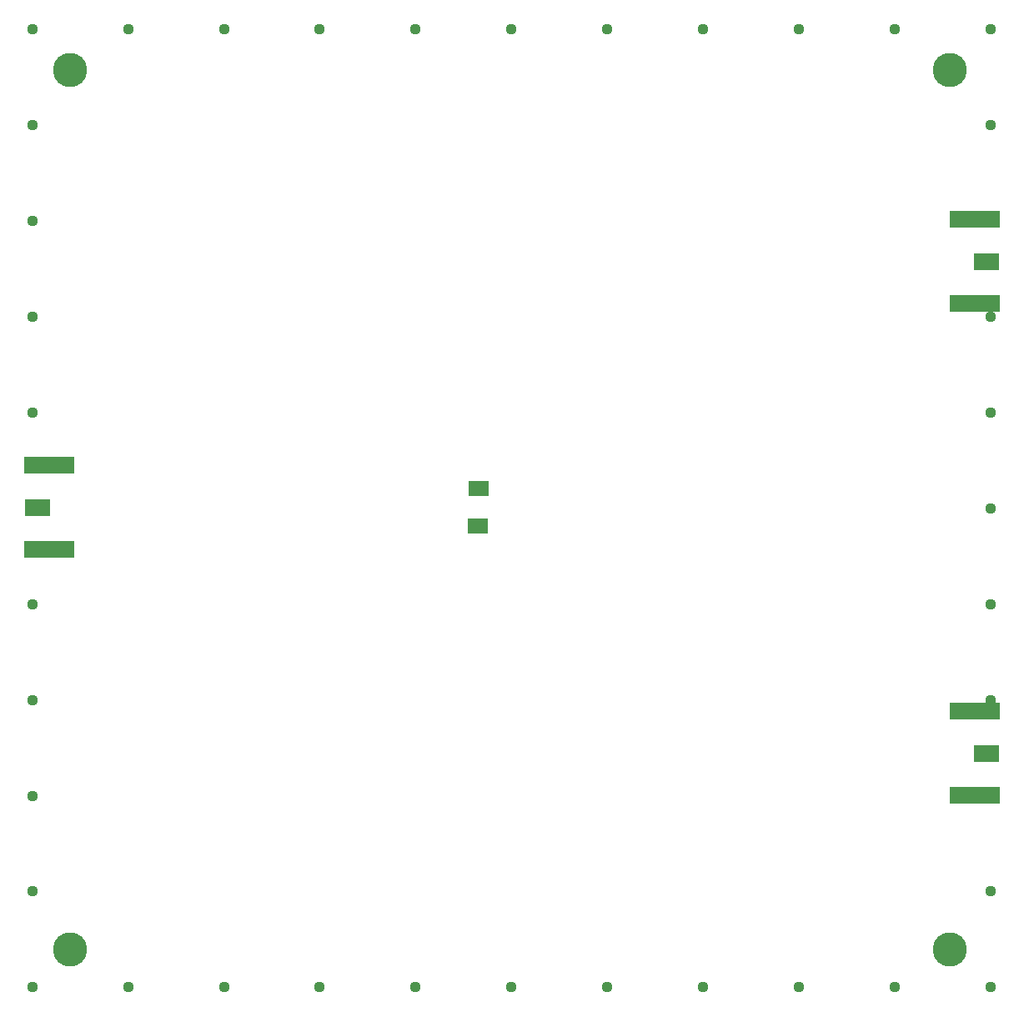
<source format=gbr>
G04 EAGLE Gerber X2 export*
%TF.Part,Single*%
%TF.FileFunction,Soldermask,Top,1*%
%TF.FilePolarity,Negative*%
%TF.GenerationSoftware,Autodesk,EAGLE,8.7.1*%
%TF.CreationDate,2018-04-02T22:08:27Z*%
G75*
%MOMM*%
%FSLAX34Y34*%
%LPD*%
%AMOC8*
5,1,8,0,0,1.08239X$1,22.5*%
G01*
%ADD10C,3.467106*%
%ADD11R,2.006600X1.498600*%
%ADD12R,2.565400X1.701800*%
%ADD13R,5.105400X1.803400*%
%ADD14C,1.117600*%


D10*
X50800Y50800D03*
X944118Y50800D03*
X944118Y944118D03*
X50800Y944118D03*
D11*
X465406Y481548D03*
X465660Y518886D03*
D12*
X18342Y500190D03*
D13*
X30191Y457645D03*
X30191Y542735D03*
D12*
X981458Y750000D03*
D13*
X969609Y792545D03*
X969609Y707455D03*
D12*
X981458Y250300D03*
D13*
X969609Y292845D03*
X969609Y207755D03*
D14*
X12700Y985520D03*
X12700Y888238D03*
X985520Y499110D03*
X12700Y790956D03*
X12700Y693674D03*
X12700Y596392D03*
X12700Y401828D03*
X12700Y304546D03*
X12700Y207264D03*
X12700Y109982D03*
X12700Y12700D03*
X109982Y12700D03*
X207264Y12700D03*
X304546Y12700D03*
X401828Y12700D03*
X499110Y12700D03*
X596392Y12700D03*
X693674Y12700D03*
X790956Y12700D03*
X888238Y12700D03*
X985520Y12700D03*
X985520Y109982D03*
X985520Y207264D03*
X985520Y304546D03*
X985520Y401828D03*
X985520Y596392D03*
X985520Y693674D03*
X985520Y790956D03*
X985520Y888238D03*
X985520Y985520D03*
X888238Y985520D03*
X790956Y985520D03*
X693674Y985520D03*
X596392Y985520D03*
X499110Y985520D03*
X401828Y985520D03*
X304546Y985520D03*
X207264Y985520D03*
X109982Y985520D03*
M02*

</source>
